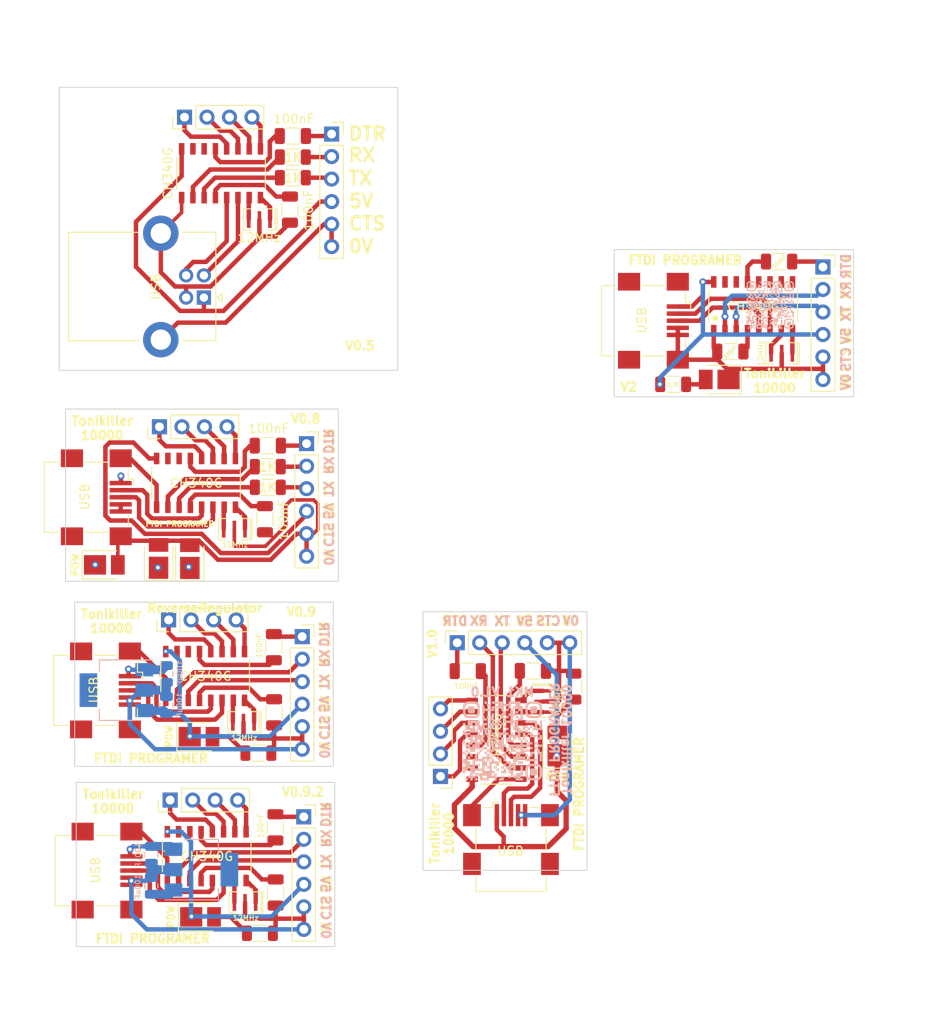
<source format=kicad_pcb>
(kicad_pcb (version 20211014) (generator pcbnew)
  (layers (0 "F.Cu" signal) (31 "B.Cu" signal) (34 "B.Paste" user) (35 "F.Paste" user) (36 "B.SilkS" user "B.Silkscreen") (37 "F.SilkS" user "F.Silkscreen") (38 "B.Mask" user) (39 "F.Mask" user) (44 "Edge.Cuts" user))
  (net 0 "")
  (footprint "Connector_PinSocket_2.54mm:PinSocket_1x06_P2.54mm_Vertical" (layer "F.Cu") (at 168.785 122.75 90)
    (fp_text reference "REF**" hide)
    (fp_text value "PinSocket_1x06_P2.54mm_Vertical")
  )
  (footprint "Resistor_SMD:R_1206_3216Metric" (layer "F.Cu") (at 147.415 102.89)
    (fp_text reference "1K")
    (fp_text value "R_1206_3216Metric")
  )
  (footprint "LED_SMD:LED_PLCC_2835_Handsoldering" (layer "F.Cu") (at 180.075 134.4 90)
    (fp_text reference "REF**" hide)
    (fp_text value "LED_PLCC_2835_Handsoldering")
  )
  (footprint "Capacitor_SMD:C_1206_3216Metric" (layer "F.Cu") (at 205.1 79.75)
    (fp_text reference "100nF")
    (fp_text value "C_1206_3216Metric")
  )
  (footprint "Resistor_SMD:R_1206_3216Metric" (layer "F.Cu") (at 193.15 93.6 180)
    (fp_text reference "2.7K" hide)
    (fp_text value "2.7K")
  )
  (footprint "LED_SMD:LED_PLCC_2835_Handsoldering" (layer "F.Cu") (at 128.9675 113.965)
    (fp_text reference "REF**" hide)
    (fp_text value "LED_PLCC_2835_Handsoldering")
  )
  (footprint "Capacitor_SMD:C_1206_3216Metric" (layer "F.Cu") (at 177.325 125.9275 180)
    (fp_text reference "100nF" hide)
    (fp_text value "C_1206_3216Metric")
  )
  (footprint "Connector_PinHeader_2.54mm:PinHeader_1x04_P2.54mm_Vertical" (layer "F.Cu") (at 136.2225 120.175 90)
    (fp_text reference "REF**" hide)
    (fp_text value "PinHeader_1x04_P2.54mm_Vertical")
  )
  (footprint "Capacitor_SMD:C_1206_3216Metric" (layer "F.Cu") (at 148.275 143.575 -90)
    (fp_text reference "100nF")
    (fp_text value "C_1206_3216Metric")
  )
  (footprint "Connector_PinSocket_2.54mm:PinSocket_1x06_P2.54mm_Vertical" (layer "F.Cu") (at 151.3 122.06)
    (fp_text reference "REF**" hide)
    (fp_text value "PinSocket_1x06_P2.54mm_Vertical")
  )
  (footprint "Crystal:Resonator_SMD_Murata_CSTxExxV-3Pin_3.0x1.1mm" (layer "F.Cu") (at 144.6725 131.7225 180)
    (fp_text reference "12MHz")
    (fp_text value "Resonator_SMD_Murata_CSTxExxV-3Pin_3.0x1.1mm")
  )
  (footprint "LED_SMD:LED_PLCC_2835_Handsoldering" (layer "F.Cu") (at 139.825 153.675)
    (fp_text reference "REF**" hide)
    (fp_text value "LED_PLCC_2835_Handsoldering")
  )
  (footprint "Capacitor_SMD:C_1206_3216Metric" (layer "F.Cu") (at 147.415 100.515 180)
    (fp_text reference "100nF")
    (fp_text value "C_1206_3216Metric")
  )
  (footprint "Connector_PinHeader_2.54mm:PinHeader_1x04_P2.54mm_Vertical" (layer "F.Cu") (at 136.3975 140.5 90)
    (fp_text reference "REF**" hide)
    (fp_text value "PinHeader_1x04_P2.54mm_Vertical")
  )
  (footprint "SOIC127P600X180-16N" (layer "F.Cu") (at 142.14 69.7875 90)
    (fp_text reference "CH340G")
    (fp_text value "SOIC127P600X180-16N")
  )
  (footprint "Capacitor_SMD:C_1206_3216Metric" (layer "F.Cu") (at 147.09 108.815 90)
    (fp_text reference "100nF")
    (fp_text value "C_1206_3216Metric")
  )
  (footprint "LED_SMD:LED_PLCC_2835_Handsoldering" (layer "F.Cu") (at 135.0925 113.24 90)
    (fp_text reference "REF**" hide)
    (fp_text value "LED_PLCC_2835_Handsoldering")
  )
  (footprint "Resistor_SMD:R_1206_3216Metric" (layer "F.Cu") (at 146.525 155.525 180)
    (fp_text reference "1K" hide)
    (fp_text value "R_1206_3216Metric")
  )
  (footprint "Crystal:Resonator_SMD_Murata_CSTxExxV-3Pin_3.0x1.1mm" (layer "F.Cu") (at 146.465 75.0125 180)
    (fp_text reference "12MHz")
    (fp_text value "Resonator_SMD_Murata_CSTxExxV-3Pin_3.0x1.1mm")
  )
  (footprint "SOIC127P600X180-16N" (layer "F.Cu") (at 173.2225 133.7025 180)
    (fp_text reference "CH340G")
    (fp_text value "SOIC127P600X180-16N")
  )
  (footprint "Connector_PinSocket_2.54mm:PinSocket_1x06_P2.54mm_Vertical" (layer "F.Cu") (at 151.475 142.385)
    (fp_text reference "REF**" hide)
    (fp_text value "PinSocket_1x06_P2.54mm_Vertical")
  )
  (footprint "SOIC127P600X180-16N" (layer "F.Cu") (at 140.3475 126.4975 90)
    (fp_text reference "CH340G")
    (fp_text value "SOIC127P600X180-16N")
  )
  (footprint "Capacitor_SMD:C_1206_3216Metric" (layer "F.Cu") (at 150.24 65.59 180)
    (fp_text reference "100nF")
    (fp_text value "C_1206_3216Metric")
  )
  (footprint "SOIC127P600X180-16N" (layer "F.Cu") (at 139.315 104.7125 90)
    (fp_text reference "CH340G")
    (fp_text value "SOIC127P600X180-16N")
  )
  (footprint "Capacitor_SMD:C_1206_3216Metric" (layer "F.Cu") (at 169.975 125.95)
    (fp_text reference "100nF")
    (fp_text value "C_1206_3216Metric")
  )
  (footprint "Connector_USB:USB_Mini-B_Wuerth_65100516121_Horizontal" (layer "F.Cu") (at 129.25 128.125 -90)
    (fp_text reference "USB")
    (fp_text value "USB_Mini-B_Wuerth_65100516121_Horizontal")
  )
  (footprint "Capacitor_SMD:C_1206_3216Metric" (layer "F.Cu") (at 199.6 89.9)
    (fp_text reference "100nF" hide)
    (fp_text value "100nF")
  )
  (footprint "Crystal:Resonator_SMD_Murata_CSTxExxV-3Pin_3.0x1.1mm" (layer "F.Cu") (at 143.64 109.9375 180)
    (fp_text reference "12MHz")
    (fp_text value "Resonator_SMD_Murata_CSTxExxV-3Pin_3.0x1.1mm")
  )
  (footprint "Capacitor_SMD:C_1206_3216Metric" (layer "F.Cu") (at 148.2975 150.925 90)
    (fp_text reference "100nF" hide)
    (fp_text value "C_1206_3216Metric")
  )
  (footprint "Capacitor_SMD:C_1206_3216Metric" (layer "F.Cu") (at 149.915 73.89 90)
    (fp_text reference "100nF")
    (fp_text value "C_1206_3216Metric")
  )
  (footprint "LED_SMD:LED_PLCC_2835_Handsoldering" (layer "F.Cu") (at 138.6175 113.265 90)
    (fp_text reference "REF**" hide)
    (fp_text value "LED_PLCC_2835_Handsoldering")
  )
  (footprint "Resistor_SMD:R_1206_3216Metric" (layer "F.Cu") (at 146.35 135.2 180)
    (fp_text reference "1K" hide)
    (fp_text value "R_1206_3216Metric")
  )
  (footprint "LED_SMD:LED_PLCC_2835_Handsoldering" (layer "F.Cu") (at 139.65 133.35)
    (fp_text reference "REF**" hide)
    (fp_text value "LED_PLCC_2835_Handsoldering")
  )
  (footprint "Connector_PinSocket_2.54mm:PinSocket_1x06_P2.54mm_Vertical" (layer "F.Cu") (at 151.79 100.29)
    (fp_text reference "REF**" hide)
    (fp_text value "PinSocket_1x06_P2.54mm_Vertical")
  )
  (footprint "Crystal:Resonator_SMD_Murata_CSTxExxV-3Pin_3.0x1.1mm" (layer "F.Cu") (at 144.8475 152.0475 180)
    (fp_text reference "12MHz")
    (fp_text value "Resonator_SMD_Murata_CSTxExxV-3Pin_3.0x1.1mm")
  )
  (footprint "Connector_PinHeader_2.54mm:PinHeader_1x04_P2.54mm_Vertical" (layer "F.Cu") (at 138.015 63.465 90)
    (fp_text reference "REF**" hide)
    (fp_text value "PinHeader_1x04_P2.54mm_Vertical")
  )
  (footprint "Crystal:Resonator_SMD_Murata_CSTxExxV-3Pin_3.0x1.1mm" (layer "F.Cu") (at 205.4 90.1 180)
    (fp_text reference "12MHz")
    (fp_text value "Resonator_SMD_Murata_CSTxExxV-3Pin_3.0x1.1mm")
  )
  (footprint "Crystal:Resonator_SMD_Murata_CSTxExxV-3Pin_3.0x1.1mm" (layer "F.Cu") (at 178.4475 129.3775 -90)
    (fp_text reference "12MHz")
    (fp_text value "Resonator_SMD_Murata_CSTxExxV-3Pin_3.0x1.1mm")
  )
  (footprint "Capacitor_SMD:C_1206_3216Metric" (layer "F.Cu") (at 148.1 123.25 -90)
    (fp_text reference "100nF")
    (fp_text value "C_1206_3216Metric")
  )
  (footprint "Capacitor_SMD:C_1206_3216Metric" (layer "F.Cu") (at 148.1225 130.6 90)
    (fp_text reference "100nF" hide)
    (fp_text value "C_1206_3216Metric")
  )
  (footprint "SOIC127P600X180-16N" (layer "F.Cu") (at 140.5225 146.8225 90)
    (fp_text reference "CH340G")
    (fp_text value "SOIC127P600X180-16N")
  )
  (footprint "Connector_PinSocket_2.54mm:PinSocket_1x06_P2.54mm_Vertical" (layer "F.Cu") (at 154.615 65.365)
    (fp_text reference "REF**" hide)
    (fp_text value "PinSocket_1x06_P2.54mm_Vertical")
  )
  (footprint "Resistor_SMD:R_1206_3216Metric" (layer "F.Cu") (at 181.925 127.7 -90)
    (fp_text reference "1K" hide)
    (fp_text value "R_1206_3216Metric")
  )
  (footprint "Resistor_SMD:R_1206_3216Metric" (layer "F.Cu") (at 147.415 105.215)
    (fp_text reference "1K")
    (fp_text value "R_1206_3216Metric")
  )
  (footprint "Connector_PinHeader_2.54mm:PinHeader_1x04_P2.54mm_Vertical" (layer "F.Cu") (at 135.19 98.39 90)
    (fp_text reference "REF**" hide)
    (fp_text value "PinHeader_1x04_P2.54mm_Vertical")
  )
  (footprint "LED_SMD:LED_PLCC_2835_Handsoldering" (layer "F.Cu") (at 198.35 93.05 180)
    (fp_text reference "REF**" hide)
    (fp_text value "LED_PLCC_2835_Handsoldering")
  )
  (footprint "Connector_USB:USB_B_Lumberg_2411_02_Horizontal" (layer "F.Cu") (at 140.2025 83.815 180)
    (fp_text reference "USB")
    (fp_text value "USB_B_Lumberg_2411_02_Horizontal")
  )
  (footprint "Connector_PinHeader_2.54mm:PinHeader_1x04_P2.54mm_Vertical" (layer "F.Cu") (at 166.9 137.8275 180)
    (fp_text reference "REF**" hide)
    (fp_text value "PinHeader_1x04_P2.54mm_Vertical")
  )
  (footprint "Connector_PinSocket_2.54mm:PinSocket_1x06_P2.54mm_Vertical" (layer "F.Cu") (at 210.05 80.36)
    (fp_text reference "REF**" hide)
    (fp_text value "PinSocket_1x06_P2.54mm_Vertical")
  )
  (footprint "Connector_USB:USB_Mini-B_Wuerth_65100516121_Horizontal" (layer "F.Cu") (at 129.425 148.45 -90)
    (fp_text reference "USB")
    (fp_text value "USB_Mini-B_Wuerth_65100516121_Horizontal")
  )
  (footprint "Connector_USB:USB_Mini-B_Wuerth_65100516121_Horizontal" (layer "F.Cu") (at 174.85 144.8)
    (fp_text reference "USB")
    (fp_text value "USB_Mini-B_Wuerth_65100516121_Horizontal")
  )
  (footprint "Connector_USB:USB_Mini-B_Wuerth_65100516121_Horizontal" (layer "F.Cu") (at 191.075 86.425 -90)
    (fp_text reference "USB")
    (fp_text value "USB_Mini-B_Wuerth_65100516121_Horizontal")
  )
  (footprint "Connector_USB:USB_Mini-B_Wuerth_65100516121_Horizontal" (layer "F.Cu") (at 128.2175 106.34 -90)
    (fp_text reference "USB")
    (fp_text value "USB_Mini-B_Wuerth_65100516121_Horizontal")
  )
  (footprint "Resistor_SMD:R_1206_3216Metric" (layer "F.Cu") (at 150.24 70.29)
    (fp_text reference "1K")
    (fp_text value "R_1206_3216Metric")
  )
  (footprint "SOIC127P600X180-16N" (layer "F.Cu") (at 202.1725 84.7975 90)
    (fp_text reference "CH340G")
    (fp_text value "SOIC127P600X180-16N")
  )
  (footprint "Resistor_SMD:R_1206_3216Metric" (layer "F.Cu") (at 150.24 67.965)
    (fp_text reference "1K")
    (fp_text value "R_1206_3216Metric")
  )
  (footprint "LOGO" (layer "B.Cu") (at 204.1 84.65 180)
    (fp_text reference "G***" hide)
    (fp_text value "LOGO" hide)
  )
  (footprint "Package_TO_SOT_SMD:SOT-223" (layer "B.Cu") (at 139.925 148.35)
    (fp_text reference "REF**" hide)
    (fp_text value "SOT-223")
  )
  (footprint "Capacitor_SMD:C_0805_2012Metric" (layer "B.Cu") (at 134.275 146.675 90)
    (fp_text reference "100uF")
    (fp_text value "C_0805_2012Metric")
  )
  (footprint "Package_TO_SOT_SMD:SOT-223" (layer "B.Cu") (at 130.325 128.1 180)
    (fp_text reference "REF**" hide)
    (fp_text value "SOT-223")
  )
  (footprint "Capacitor_SMD:C_0805_2012Metric" (layer "B.Cu") (at 135.975 126.275 -90)
    (fp_text reference "100uF")
    (fp_text value "C_0805_2012Metric")
  )
  (footprint "Capacitor_SMD:C_0805_2012Metric" (layer "B.Cu") (at 135.975 129.775 -90)
    (fp_text reference "100uF")
    (fp_text value "C_0805_2012Metric")
  )
  (footprint "LOGO" (layer "B.Cu") (at 173.9 133.825 180)
    (fp_text reference "G***" hide)
    (fp_text value "LOGO" hide)
  )
  (footprint "Capacitor_SMD:C_0805_2012Metric" (layer "B.Cu") (at 134.275 150.175 90)
    (fp_text reference "100uF")
    (fp_text value "C_0805_2012Metric")
  )
  (gr_rect (start 154.975 138.5) (end 125.8 157.025) (layer "Edge.Cuts") (width 0.1) (fill none))
  (gr_rect (start 162.075 60.1) (end 123.875 92.025) (layer "Edge.Cuts") (width 0.1) (fill none))
  (gr_rect (start 164.925 119.25) (end 183.425 148.425) (layer "Edge.Cuts") (width 0.1) (fill none))
  (gr_rect (start 213.5 78.4) (end 186.5 95) (layer "Edge.Cuts") (width 0.1) (fill none))
  (gr_rect (start 154.8 118.175) (end 125.625 136.7) (layer "Edge.Cuts") (width 0.1) (fill none))
  (gr_rect (start 155.3675 96.39) (end 124.5925 115.815) (layer "Edge.Cuts") (width 0.1) (fill none))
  (gr_text "RX\n" (at 153.9275 144.835 -90) (layer "B.SilkS") (effects (font (size 1 1) (thickness 0.25)) (justify mirror)))
  (gr_text "RX\n" (at 212.65 82.975 90) (layer "B.SilkS") (effects (font (size 1 1) (thickness 0.25)) (justify mirror)))
  (gr_text "FTDI PROGRAMER" (at 179.7 133.7 270) (layer "B.SilkS") (effects (font (size 1 1) (thickness 0.25)) (justify mirror)))
  (gr_text "TX\n" (at 153.9025 147.485 -90) (layer "B.SilkS") (effects (font (size 1 1) (thickness 0.25)) (justify mirror)))
  (gr_text "0V\n" (at 154.2675 113.115 -90) (layer "B.SilkS") (effects (font (size 1 1) (thickness 0.25)) (justify mirror)))
  (gr_text "RX\n" (at 153.7525 124.51 -90) (layer "B.SilkS") (effects (font (size 1 1) (thickness 0.25)) (justify mirror)))
  (gr_text "DTR" (at 212.65 80.275 90) (layer "B.SilkS") (effects (font (size 1 1) (thickness 0.25)) (justify mirror)))
  (gr_text "0V\n" (at 153.9525 155.21 -90) (layer "B.SilkS") (effects (font (size 1 1) (thickness 0.25)) (justify mirror)))
  (gr_text "DTR" (at 153.7275 121.81 -90) (layer "B.SilkS") (effects (font (size 1 1) (thickness 0.25)) (justify mirror)))
  (gr_text "MK1 V1.0" (at 173.875 128.325) (layer "B.SilkS") (effects (font (size 1 1) (thickness 0.25)) (justify mirror)))
  (gr_text "DTR" (at 154.2175 100.04 -90) (layer "B.SilkS") (effects (font (size 1 1) (thickness 0.25)) (justify mirror)))
  (gr_text "CTS\n" (at 212.65 90.8 90) (layer "B.SilkS") (effects (font (size 1 1) (thickness 0.25)) (justify mirror)))
  (gr_text "0V\n" (at 153.7775 134.885 -90) (layer "B.SilkS") (effects (font (size 1 1) (thickness 0.25)) (justify mirror)))
  (gr_text "CTS\n" (at 154.2425 110.565 -90) (layer "B.SilkS") (effects (font (size 1 1) (thickness 0.25)) (justify mirror)))
  (gr_text "CTS\n" (at 153.7525 132.335 -90) (layer "B.SilkS") (effects (font (size 1 1) (thickness 0.25)) (justify mirror)))
  (gr_text "5V\n" (at 176.41 120.3475) (layer "B.SilkS") (effects (font (size 1 1) (thickness 0.25)) (justify mirror)))
  (gr_text "0V\n" (at 181.61 120.2725) (layer "B.SilkS") (effects (font (size 1 1) (thickness 0.25)) (justify mirror)))
  (gr_text "5V\n" (at 153.7025 129.685 -90) (layer "B.SilkS") (effects (font (size 1 1) (thickness 0.25)) (justify mirror)))
  (gr_text "DTR" (at 168.535 120.3225) (layer "B.SilkS") (effects (font (size 1 1) (thickness 0.25)) (justify mirror)))
  (gr_text "TX\n" (at 154.2175 105.39 -90) (layer "B.SilkS") (effects (font (size 1 1) (thickness 0.25)) (justify mirror)))
  (gr_text "0V\n" (at 212.65 93.35 90) (layer "B.SilkS") (effects (font (size 1 1) (thickness 0.25)) (justify mirror)))
  (gr_text "TX\n" (at 153.7275 127.16 -90) (layer "B.SilkS") (effects (font (size 1 1) (thickness 0.25)) (justify mirror)))
  (gr_text "RX\n" (at 154.2425 102.74 -90) (layer "B.SilkS") (effects (font (size 1 1) (thickness 0.25)) (justify mirror)))
  (gr_text "Tonikiller 10000" (at 181.1 133.65 270) (layer "B.SilkS") (effects (font (size 1 1) (thickness 0.25)) (justify mirror)))
  (gr_text "RX\n" (at 171.235 120.2975) (layer "B.SilkS") (effects (font (size 1 1) (thickness 0.25)) (justify mirror)))
  (gr_text "5V\n" (at 154.1925 107.915 -90) (layer "B.SilkS") (effects (font (size 1 1) (thickness 0.25)) (justify mirror)))
  (gr_text "TX\n" (at 212.65 85.625 90) (layer "B.SilkS") (effects (font (size 1 1) (thickness 0.25)) (justify mirror)))
  (gr_text "CTS\n" (at 153.9275 152.66 -90) (layer "B.SilkS") (effects (font (size 1 1) (thickness 0.25)) (justify mirror)))
  (gr_text "DTR" (at 153.9025 142.135 -90) (layer "B.SilkS") (effects (font (size 1 1) (thickness 0.25)) (justify mirror)))
  (gr_text "5V\n" (at 212.65 88.15 90) (layer "B.SilkS") (effects (font (size 1 1) (thickness 0.25)) (justify mirror)))
  (gr_text "5V\n" (at 153.8775 150.01 -90) (layer "B.SilkS") (effects (font (size 1 1) (thickness 0.25)) (justify mirror)))
  (gr_text "CTS\n" (at 179.06 120.2975) (layer "B.SilkS") (effects (font (size 1 1) (thickness 0.25)) (justify mirror)))
  (gr_text "TX\n" (at 173.885 120.3225) (layer "B.SilkS") (effects (font (size 1 1) (thickness 0.25)) (justify mirror)))
  (gr_text "5V\n" (at 153.9525 129.66 90) (layer "F.SilkS") (effects (font (size 1 1) (thickness 0.25))))
  (gr_text "TX\n" (at 154.1025 147.46 90) (layer "F.SilkS") (effects (font (size 1 1) (thickness 0.25))))
  (gr_text "0V\n" (at 153.8775 134.86 90) (layer "F.SilkS") (effects (font (size 1 1) (thickness 0.25))))
  (gr_text "DTR" (at 168.51 120.1225 180) (layer "F.SilkS") (effects (font (size 1 1) (thickness 0.25))))
  (gr_text "TX\n" (at 153.9275 127.135 90) (layer "F.SilkS") (effects (font (size 1 1) (thickness 0.25))))
  (gr_text "RX\n" (at 154.0775 144.81 90) (layer "F.SilkS") (effects (font (size 1 1) (thickness 0.25))))
  (gr_text "V0.5" (at 157.8 89.25) (layer "F.SilkS") (effects (font (size 1 1) (thickness 0.25))))
  (gr_text "5V\n" (at 212.7025 88.15 90) (layer "F.SilkS") (effects (font (size 1 1) (thickness 0.25))))
  (gr_text "0V\n" (at 212.6275 93.35 90) (layer "F.SilkS") (effects (font (size 1 1) (thickness 0.25))))
  (gr_text "DTR" (at 154.1025 142.11 90) (layer "F.SilkS") (effects (font (size 1 1) (thickness 0.25))))
  (gr_text "Tonikiller\n10000" (at 128.7425 98.54) (layer "F.SilkS") (effects (font (size 1 1) (thickness 0.25))))
  (gr_text "0V\n" (at 154.0525 155.185 90) (layer "F.SilkS") (effects (font (size 1 1) (thickness 0.25))))
  (gr_text "TX\n" (at 157.861429 70.33) (layer "F.SilkS") (effects (font (size 1.5 1.5) (thickness 0.3))))
  (gr_text "RX\n" (at 153.9025 124.485 90) (layer "F.SilkS") (effects (font (size 1 1) (thickness 0.25))))
  (gr_text "." (at 197.9 85.35) (layer "F.SilkS") (effects (font (size 2 2) (thickness 0.5))))
  (gr_text "CTS\n" (at 154.3925 110.54 90) (layer "F.SilkS") (effects (font (size 1 1) (thickness 0.25))))
  (gr_text "CTS\n" (at 154.0775 152.635 90) (layer "F.SilkS") (effects (font (size 1 1) (thickness 0.25))))
  (gr_text "RX\n" (at 154.3925 102.715 90) (layer "F.SilkS") (effects (font (size 1 1) (thickness 0.25))))
  (gr_text "CTS\n" (at 212.6525 90.8 90) (layer "F.SilkS") (effects (font (size 1 1) (thickness 0.25))))
  (gr_text "TX\n" (at 173.86 120.1225 180) (layer "F.SilkS") (effects (font (size 1 1) (thickness 0.25))))
  (gr_text "FTDI PROGRAMER" (at 127.85 156.125) (layer "F.SilkS") (effects (font (size 1 1) (thickness 0.25)) (justify left)))
  (gr_text "DTR" (at 153.9275 121.785 90) (layer "F.SilkS") (effects (font (size 1 1) (thickness 0.25))))
  (gr_text "CTS\n" (at 158.611429 75.46) (layer "F.SilkS") (effects (font (size 1.5 1.5) (thickness 0.3))))
  (gr_text "0V\n" (at 181.585 120.1725 180) (layer "F.SilkS") (effects (font (size 1 1) (thickness 0.25))))
  (gr_text "FTDI PROGRAMER" (at 187.95 79.6) (layer "F.SilkS") (effects (font (size 1 1) (thickness 0.25)) (justify left)))
  (gr_text "TX\n" (at 212.6775 85.625 90) (layer "F.SilkS") (effects (font (size 1 1) (thickness 0.25))))
  (gr_text "POW" (at 136.475 155.05 90) (layer "F.SilkS") (effects (font (size 0.8 0.8) (thickness 0.2)) (justify left)))
  (gr_text "TX\n" (at 154.4175 105.365 90) (layer "F.SilkS") (effects (font (size 1 1) (thickness 0.25))))
  (gr_text "5V\n" (at 154.1275 149.985 90) (layer "F.SilkS") (effects (font (size 1 1) (thickness 0.25))))
  (gr_text "CTS\n" (at 179.035 120.1475 180) (layer "F.SilkS") (effects (font (size 1 1) (thickness 0.25))))
  (gr_text "0V\n" (at 157.932858 78.03) (layer "F.SilkS") (effects (font (size 1.5 1.5) (thickness 0.3))))
  (gr_text "ReverseRegulator" (at 140.2975 118.825) (layer "F.SilkS") (effects (font (size 1 1) (thickness 0.25))))
  (gr_text "FTDI PROGRAMER" (at 127.675 135.8) (layer "F.SilkS") (effects (font (size 1 1) (thickness 0.25)) (justify left)))
  (gr_text "POW" (at 136.3 134.725 90) (layer "F.SilkS") (effects (font (size 0.8 0.8) (thickness 0.2)) (justify left)))
  (gr_text "CTS\n" (at 153.9025 132.31 90) (layer "F.SilkS") (effects (font (size 1 1) (thickness 0.25))))
  (gr_text "FTDI PROGRAMER" (at 133.5425 109.34) (layer "F.SilkS") (effects (font (size 0.6 0.6)) (justify left)))
  (gr_text "RX\n" (at 212.6525 82.975 90) (layer "F.SilkS") (effects (font (size 1 1) (thickness 0.25))))
  (gr_text "Tonikiller\n10000" (at 204.6 93.2) (layer "F.SilkS") (effects (font (size 1 1) (thickness 0.25))))
  (gr_text "DTR" (at 158.647143 65.33) (layer "F.SilkS") (effects (font (size 1.5 1.5) (thickness 0.3))))
  (gr_text "V0.9.2" (at 151.3775 139.585) (layer "F.SilkS") (effects (font (size 1 1) (thickness 0.25))))
  (gr_text "RX\n" (at 171.21 120.1475 180) (layer "F.SilkS") (effects (font (size 1 1) (thickness 0.25))))
  (gr_text "V0.8" (at 151.6925 97.49) (layer "F.SilkS") (effects (font (size 1 1) (thickness 0.25))))
  (gr_text "DTR" (at 154.4175 100.015 90) (layer "F.SilkS") (effects (font (size 1 1) (thickness 0.25))))
  (gr_text "V1.0" (at 165.985 122.8475 90) (layer "F.SilkS") (effects (font (size 1 1) (thickness 0.25))))
  (gr_text "FTDI PROGRAMER" (at 182.525 146.375 90) (layer "F.SilkS") (effects (font (size 1 1) (thickness 0.25)) (justify left)))
  (gr_text "Tonikiller\n10000" (at 129.775 120.325) (layer "F.SilkS") (effects (font (size 1 1) (thickness 0.25))))
  (gr_text "5V\n" (at 154.4425 107.89 90) (layer "F.SilkS") (effects (font (size 1 1) (thickness 0.25))))
  (gr_text "V0.9" (at 151.2025 119.26) (layer "F.SilkS") (effects (font (size 1 1) (thickness 0.25))))
  (gr_text "V2" (at 188.125 93.9) (layer "F.SilkS") (effects (font (size 1 1) (thickness 0.25))))
  (gr_text "RX\n" (at 158.04 67.73) (layer "F.SilkS") (effects (font (size 1.5 1.5) (thickness 0.3))))
  (gr_text "5V\n" (at 176.385 120.0975 180) (layer "F.SilkS") (effects (font (size 1 1) (thickness 0.25))))
  (gr_text "0V\n" (at 154.3675 113.09 90) (layer "F.SilkS") (effects (font (size 1 1) (thickness 0.25))))
  (gr_text "Tonikiller\n10000" (at 129.95 140.65) (layer "F.SilkS") (effects (font (size 1 1) (thickness 0.25))))
  (gr_text "Tonikiller\n10000" (at 167.05 144.275 90) (layer "F.SilkS") (effects (font (size 1 1) (thickness 0.25))))
  (gr_text "POW" (at 181.45 137.75 180) (layer "F.SilkS") (effects (font (size 0.8 0.8) (thickness 0.2)) (justify left)))
  (gr_text "POW" (at 125.6925 115.365 90) (layer "F.SilkS") (effects (font (size 0.8 0.8) (thickness 0.2)) (justify left)))
  (gr_text "DTR" (at 212.6775 80.275 90) (layer "F.SilkS") (effects (font (size 1 1) (thickness 0.25))))
  (gr_text "5V\n" (at 157.932858 72.93) (layer "F.SilkS") (effects (font (size 1.5 1.5) (thickness 0.3))))
  (segment (start 141.475 131.425) (end 142.2525 130.6475) (width 0.5) (layer "F.Cu") (net 0))
  (segment (start 133.925 128.475) (end 133.925 130.425) (width 0.5) (layer "F.Cu") (net 0))
  (segment (start 151.475 142.385) (end 148.56 142.385) (width 0.5) (layer "F.Cu") (net 0))
  (segment (start 175.9725 134.3375) (end 175.11 134.3375) (width 0.5) (layer "F.Cu") (net 0))
  (segment (start 138.6175 148.555) (end 139.8725 147.3) (width 0.5) (layer "F.Cu") (net 0))
  (segment (start 142.415 85.315) (end 140.2025 85.315) (width 0.5) (layer "F.Cu") (net 0))
  (segment (start 149.4425 109.565) (end 149.4425 107.265) (width 0.4) (layer "F.Cu") (net 0))
  (segment (start 145.8725 130.3275) (end 145.8725 131.7225) (width 0.5) (layer "F.Cu") (net 0))
  (segment (start 139.8725 147.3) (end 151.31 147.3) (width 0.5) (layer "F.Cu") (net 0))
  (segment (start 139.7125 129.2475) (end 139.7125 128.385) (width 0.5) (layer "F.Cu") (net 0))
  (segment (start 170.45 141.15) (end 173.4525 138.1475) (width 0.5) (layer "F.Cu") (net 0))
  (segment (start 198.9975 85.9525) (end 199 85.95) (width 0.5) (layer "F.Cu") (net 0))
  (segment (start 138.09 104.29) (end 144.5525 104.29) (width 0.5) (layer "F.Cu") (net 0))
  (segment (start 143.5225 122.395) (end 141.3025 120.175) (width 0.5) (layer "F.Cu") (net 0))
  (segment (start 129.5675 100.165) (end 129.0925 100.64) (width 0.5) (layer "F.Cu") (net 0))
  (segment (start 140.4425 109.64) (end 141.22 108.8625) (width 0.5) (layer "F.Cu") (net 0))
  (segment (start 136.2225 120.175) (end 136.2225 121.65) (width 0.5) (layer "F.Cu") (net 0))
  (segment (start 144.9675 149.5725) (end 146.0475 150.6525) (width 0.5) (layer "F.Cu") (net 0))
  (segment (start 147.09 68.54) (end 147.64 67.99) (width 0.5) (layer "F.Cu") (net 0))
  (segment (start 137.695 70.11) (end 132.54 75.265) (width 0.5) (layer "F.Cu") (net 0))
  (segment (start 132.025 147.65) (end 134.5 147.65) (width 0.5) (layer "F.Cu") (net 0))
  (segment (start 129.0925 100.64) (end 129.0925 104.79) (width 0.5) (layer "F.Cu") (net 0))
  (segment (start 147.09 110.29) (end 147.4175 110.29) (width 0.25) (layer "F.Cu") (net 0))
  (segment (start 140.825 150.85) (end 141.1575 150.5175) (width 0.5) (layer "F.Cu") (net 0))
  (segment (start 174.85 140.475) (end 175.2 140.125) (width 0.5) (layer "F.Cu") (net 0))
  (segment (start 194.6125 93.6) (end 196.275 93.6) (width 0.5) (layer "F.Cu") (net 0))
  (segment (start 146.585 64.415) (end 145.635 63.465) (width 0.5) (layer "F.Cu") (net 0))
  (segment (start 174.05 142.2) (end 174.05 139.725) (width 0.5) (layer "F.Cu") (net 0))
  (segment (start 140.2225 122.375) (end 140.9825 123.135) (width 0.5) (layer "F.Cu") (net 0))
  (segment (start 205.2975 87.5975) (end 205.3475 87.5475) (width 0.5) (layer "F.Cu") (net 0))
  (segment (start 180.275 129.35) (end 180.275 126.055) (width 0.5) (layer "F.Cu") (net 0))
  (segment (start 134.04 101.9625) (end 132.2425 100.165) (width 0.5) (layer "F.Cu") (net 0))
  (segment (start 148.365 76.915) (end 149.915 75.365) (width 0.5) (layer "F.Cu") (net 0))
  (segment (start 168.785 126.235) (end 168.785 126.265) (width 0.5) (layer "F.Cu") (net 0))
  (segment (start 140.235 72.5375) (end 140.235 71.52) (width 0.5) (layer "F.Cu") (net 0))
  (segment (start 167.85 129.2575) (end 166.9 130.2075) (width 0.5) (layer "F.Cu") (net 0))
  (segment (start 152.5925 106.64) (end 153.0425 107.09) (width 0.4) (layer "F.Cu") (net 0))
  (segment (start 142.1175 112.64) (end 139.9425 110.465) (width 0.5) (layer "F.Cu") (net 0))
  (segment (start 144.7925 121.125) (end 143.8425 120.175) (width 0.5) (layer "F.Cu") (net 0))
  (segment (start 150 146.4) (end 151.475 144.925) (width 0.5) (layer "F.Cu") (net 0))
  (segment (start 142.09 64.99) (end 143.165 64.99) (width 0.5) (layer "F.Cu") (net 0))
  (segment (start 196.125 86.425) (end 197.6 84.95) (width 0.5) (layer "F.Cu") (net 0))
  (segment (start 177.3725 131.7975) (end 175.9725 131.7975) (width 0.5) (layer "F.Cu") (net 0))
  (segment (start 144.7925 123.7475) (end 144.7925 121.125) (width 0.5) (layer "F.Cu") (net 0))
  (segment (start 137.695 74.2125) (end 135.3425 76.565) (width 0.4) (layer "F.Cu") (net 0))
  (segment (start 132.8925 106.69) (end 132.8925 108.64) (width 0.5) (layer "F.Cu") (net 0))
  (segment (start 176 142.2) (end 176.45 142.2) (width 0.5) (layer "F.Cu") (net 0))
  (segment (start 134.87 104.9425) (end 134.87 107.4625) (width 0.5) (layer "F.Cu") (net 0))
  (segment (start 139.7125 123.7475) (end 139.7125 124.69) (width 0.5) (layer "F.Cu") (net 0))
  (segment (start 137.2675 86.64) (end 142.665 86.64) (width 0.5) (layer "F.Cu") (net 0))
  (segment (start 177.15 140.125) (end 178.15 139.125) (width 0.5) (layer "F.Cu") (net 0))
  (segment (start 195.675 85.625) (end 197.35 83.95) (width 0.5) (layer "F.Cu") (net 0))
  (segment (start 146.465 76.915) (end 148.365 76.915) (width 0.5) (layer "F.Cu") (net 0))
  (segment (start 181.075 143.725) (end 179.0525 145.7475) (width 0.6) (layer "F.Cu") (net 0))
  (segment (start 144.7925 129.2475) (end 145.8725 130.3275) (width 0.5) (layer "F.Cu") (net 0))
  (segment (start 145.4475 148.15) (end 146.7475 149.45) (width 0.5) (layer "F.Cu") (net 0))
  (segment (start 144.6725 133.5225) (end 144.7 133.55) (width 0.5) (layer "F.Cu") (net 0))
  (segment (start 151.79 110.45) (end 151.79 112.99) (width 0.5) (layer "F.Cu") (net 0))
  (segment (start 139.24 103.465) (end 144.265 103.465) (width 0.5) (layer "F.Cu") (net 0))
  (segment (start 147.9875 155.525) (end 148.2975 155.215) (width 0.5) (layer "F.Cu") (net 0))
  (segment (start 201.5375 80.3125) (end 201.5375 82.0475) (width 0.5) (layer "F.Cu") (net 0))
  (segment (start 149.825 126.075) (end 151.3 124.6) (width 0.5) (layer "F.Cu") (net 0))
  (segment (start 137.515 85.315) (end 140.2025 85.315) (width 0.5) (layer "F.Cu") (net 0))
  (segment (start 138.68 106.6) (end 139.24 106.04) (width 0.5) (layer "F.Cu") (net 0))
  (segment (start 133.8175 106.065) (end 133.8175 108.215) (width 0.5) (layer "F.Cu") (net 0))
  (segment (start 171.975 126.475) (end 171.45 125.95) (width 0.5) (layer "F.Cu") (net 0))
  (segment (start 151.79 107.91) (end 151.79 108.2925) (width 0.5) (layer "F.Cu") (net 0))
  (segment (start 202.15 84.95) (end 202.8075 85.6075) (width 0.5) (layer "F.Cu") (net 0))
  (segment (start 146.465 75.0125) (end 146.465 76.44) (width 0.5) (layer "F.Cu") (net 0))
  (segment (start 145.265 72.5875) (end 145.315 72.5375) (width 0.5) (layer "F.Cu") (net 0))
  (segment (start 181.075 140.55) (end 181.075 143.725) (width 0.6) (layer "F.Cu") (net 0))
  (segment (start 147.64 66.215) (end 148.265 65.59) (width 0.5) (layer "F.Cu") (net 0))
  (segment (start 132.54 80.34) (end 137.515 85.315) (width 0.5) (layer "F.Cu") (net 0))
  (segment (start 168.475 143.65) (end 168.475 141.025) (width 0.6) (layer "F.Cu") (net 0))
  (segment (start 140.9825 130.1925) (end 140.9825 129.2475) (width 0.5) (layer "F.Cu") (net 0))
  (segment (start 151.475 153.9) (end 151.475 155.085) (width 0.5) (layer "F.Cu") (net 0))
  (segment (start 132.025 148.45) (end 133.75 148.45) (width 0.5) (layer "F.Cu") (net 0))
  (segment (start 168.425 132.6775) (end 169.305 131.7975) (width 0.5) (layer "F.Cu") (net 0))
  (segment (start 134.1 150.75) (end 135.1 151.75) (width 0.5) (layer "F.Cu") (net 0))
  (segment (start 133.2925 105.54) (end 133.8175 106.065) (width 0.5) (layer "F.Cu") (net 0))
  (segment (start 177.25 133.4) (end 176.9175 133.0675) (width 0.5) (layer "F.Cu") (net 0))
  (segment (start 137.1725 128.025) (end 139.1225 126.075) (width 0.5) (layer "F.Cu") (net 0))
  (segment (start 139.6425 111.24) (end 131.3175 111.24) (width 0.5) (layer "F.Cu") (net 0))
  (segment (start 142.4275 150.9725) (end 142.4275 149.5725) (width 0.5) (layer "F.Cu") (net 0))
  (segment (start 144.8475 153.8475) (end 144.875 153.875) (width 0.5) (layer "F.Cu") (net 0))
  (segment (start 138.265 82.565) (end 136.9525 82.565) (width 0.5) (layer "F.Cu") (net 0))
  (segment (start 139.95 108.4075) (end 139.95 107.4625) (width 0.5) (layer "F.Cu") (net 0))
  (segment (start 198.125 90.825) (end 198.125 89.9) (width 0.5) (layer "F.Cu") (net 0))
  (segment (start 205.4 91.85) (end 199.2 91.85) (width 0.5) (layer "F.Cu") (net 0))
  (segment (start 140.915 69.365) (end 147.3775 69.365) (width 0.5) (layer "F.Cu") (net 0))
  (segment (start 137.695 67.0375) (end 137.695 70.11) (width 0.5) (layer "F.Cu") (net 0))
  (segment (start 146.585 72.5375) (end 147.665 73.6175) (width 0.5) (layer "F.Cu") (net 0))
  (segment (start 144.8475 152.0475) (end 144.8475 153.8475) (width 0.5) (layer "F.Cu") (net 0))
  (segment (start 143.5225 123.7475) (end 143.5225 122.395) (width 0.5) (layer "F.Cu") (net 0))
  (segment (start 175.9725 129.2575) (end 177.0525 128.1775) (width 0.5) (layer "F.Cu") (net 0))
  (segment (start 171.975 133.7775) (end 171.975 126.475) (width 0.5) (layer "F.Cu") (net 0))
  (segment (start 180.075 132.875) (end 180.075 131.0125) (width 0.5) (layer "F.Cu") (net 0))
  (segment (start 180.075 135.45) (end 180.075 139.55) (width 0.6) (layer "F.Cu") (net 0))
  (segment (start 147.7425 113.39) (end 141.7925 113.39) (width 0.5) (layer "F.Cu") (net 0))
  (segment (start 139.8875 144.0725) (end 139.8875 145.015) (width 0.5) (layer "F.Cu") (net 0))
  (segment (start 146.7475 149.45) (end 148.2975 149.45) (width 0.5) (layer "F.Cu") (net 0))
  (segment (start 210.05 91.85) (end 205.4 91.85) (width 0.5) (layer "F.Cu") (net 0))
  (segment (start 147.45 133.55) (end 151.275 133.55) (width 0.5) (layer "F.Cu") (net 0))
  (segment (start 172.8 134.9275) (end 172.8 124.225) (width 0.5) (layer "F.Cu") (net 0))
  (segment (start 136.9475 122.375) (end 140.2225 122.375) (width 0.5) (layer "F.Cu") (net 0))
  (segment (start 151.475 152.545) (end 151.475 153.9) (width 0.5) (layer "F.Cu") (net 0))
  (segment (start 151.45 153.875) (end 151.475 153.9) (width 0.5) (layer "F.Cu") (net 0))
  (segment (start 130.4925 113.965) (end 130.4925 111.065) (width 0.4) (layer "F.Cu") (net 0))
  (segment (start 141.505 67.98) (end 142.065 68.54) (width 0.5) (layer "F.Cu") (net 0))
  (segment (start 151.275 133.55) (end 151.3 133.575) (width 0.5) (layer "F.Cu") (net 0))
  (segment (start 142.2525 122.58) (end 142.2525 123.7475) (width 0.5) (layer "F.Cu") (net 0))
  (segment (start 133.925 130.425) (end 134.925 131.425) (width 0.5) (layer "F.Cu") (net 0))
  (segment (start 144.045 65.87) (end 144.045 67.0375) (width 0.5) (layer "F.Cu") (net 0))
  (segment (start 201.5375 87.5475) (end 201.5375 89.4375) (width 0.5) (layer "F.Cu") (net 0))
  (segment (start 177.25 138.675) (end 177.25 133.4) (width 0.5) (layer "F.Cu") (net 0))
  (segment (start 144.875 153.875) (end 148.17 153.875) (width 0.5) (layer "F.Cu") (net 0))
  (segment (start 147.995 133.55) (end 148.1225 133.4225) (width 0.5) (layer "F.Cu") (net 0))
  (segment (start 130.8425 104.715) (end 130.8175 104.74) (width 0.5) (layer "F.Cu") (net 0))
  (segment (start 175.2 140.125) (end 177.15 140.125) (width 0.5) (layer "F.Cu") (net 0))
  (segment (start 174.955 135.6075) (end 173.7 134.3525) (width 0.5) (layer "F.Cu") (net 0))
  (segment (start 169.1 137.1025) (end 169.1 133.8275) (width 0.5) (layer "F.Cu") (net 0))
  (segment (start 133.8925 109.64) (end 140.4425 109.64) (width 0.5) (layer "F.Cu") (net 0))
  (segment (start 148.17 153.875) (end 148.2975 153.7475) (width 0.5) (layer "F.Cu") (net 0))
  (segment (start 146.5725 129.125) (end 148.1225 129.125) (width 0.5) (layer "F.Cu") (net 0))
  (segment (start 141.22 108.8625) (end 141.22 107.4625) (width 0.5) (layer "F.Cu") (net 0))
  (segment (start 136.3975 141.975) (end 137.1225 142.7) (width 0.5) (layer "F.Cu") (net 0))
  (segment (start 210.05 93.06) (end 210.05 90.52) (width 0.5) (layer "F.Cu") (net 0))
  (segment (start 130.8175 107.14) (end 130.8175 107.94) (width 0.5) (layer "F.Cu") (net 0))
  (segment (start 154.615 75.525) (end 154.615 78.065) (width 0.5) (layer "F.Cu") (net 0))
  (segment (start 147.4175 110.29) (end 148.0675 110.94) (width 0.25) (layer "F.Cu") (net 0))
  (segment (start 152.5575 110.45) (end 151.79 110.45) (width 0.4) (layer "F.Cu") (net 0))
  (segment (start 137.3475 148.35) (end 139.2975 146.4) (width 0.5) (layer "F.Cu") (net 0))
  (segment (start 137.695 72.5375) (end 137.695 74.2125) (width 0.4) (layer "F.Cu") (net 0))
  (segment (start 148.8775 105.215) (end 151.635 105.215) (width 0.5) (layer "F.Cu") (net 0))
  (segment (start 196.5025 82.0475) (end 196.5025 83.5975) (width 0.5) (layer "F.Cu") (net 0))
  (segment (start 150.0675 106.64) (end 152.5925 106.64) (width 0.4) (layer "F.Cu") (net 0))
  (segment (start 142.2525 130.6475) (end 142.2525 129.2475) (width 0.5) (layer "F.Cu") (net 0))
  (segment (start 142.44 109.9375) (end 142.44 107.5125) (width 0.5) (layer "F.Cu") (net 0))
  (segment (start 133.5425 110.465) (end 132.0425 108.965) (width 0.5) (layer "F.Cu") (net 0))
  (segment (start 140.235 71.52) (end 141.465 70.29) (width 0.5) (layer "F.Cu") (net 0))
  (segment (start 142.665 86.64) (end 153.78 75.525) (width 0.5) (layer "F.Cu") (net 0))
  (segment (start 142.49 100.61) (end 140.27 98.39) (width 0.5) (layer "F.Cu") (net 0))
  (segment (start 133.075 144.05) (end 136.0775 147.0525) (width 0.5) (layer "F.Cu") (net 0))
  (segment (start 168.425 133.7525) (end 168.425 132.6775) (width 0.5) (layer "F.Cu") (net 0))
  (segment (start 132.025 149.6) (end 132.025 150.05) (width 0.5) (layer "F.Cu") (net 0))
  (segment (start 196.5025 83.5975) (end 195.275 84.825) (width 0.5) (layer "F.Cu") (net 0))
  (segment (start 175.85 127.4775) (end 175.85 125.9275) (width 0.5) (layer "F.Cu") (net 0))
  (segment (start 143.4725 131.7225) (end 143.4725 129.2975) (width 0.5) (layer "F.Cu") (net 0))
  (segment (start 196.275 93.6) (end 196.825 93.05) (width 0.5) (layer "F.Cu") (net 0))
  (segment (start 142.49 101.9625) (end 142.49 100.61) (width 0.5) (layer "F.Cu") (net 0))
  (segment (start 134.1 148.8) (end 134.1 150.75) (width 0.5) (layer "F.Cu") (net 0))
  (segment (start 144.9675 144.0725) (end 144.9675 141.45) (width 0.5) (layer "F.Cu") (net 0))
  (segment (start 132.5425 106.34) (end 132.8925 106.69) (width 0.5) (layer "F.Cu") (net 0))
  (segment (start 181.925 126.2375) (end 181.615 125.9275) (width 0.5) (layer "F.Cu") (net 0))
  (segment (start 140.965 82.565) (end 146.465 77.065) (width 0.5) (layer "F.Cu") (net 0))
  (segment (start 146.465 77.065) (end 146.465 76.44) (width 0.5) (layer "F.Cu") (net 0))
  (segment (start 140.2975 121.7) (end 141.3725 121.7) (width 0.5) (layer "F.Cu") (net 0))
  (segment (start 148.56 142.385) (end 148.275 142.1) (width 0.5) (layer "F.Cu") (net 0))
  (segment (start 139.1225 126.075) (end 149.825 126.075) (width 0.5) (layer "F.Cu") (net 0))
  (segment (start 133.575 128.125) (end 133.925 128.475) (width 0.5) (layer "F.Cu") (net 0))
  (segment (start 139.8875 149.5725) (end 139.8875 148.71) (width 0.5) (layer "F.Cu") (net 0))
  (segment (start 148.265 65.59) (end 148.765 65.59) (width 0.5) (layer "F.Cu") (net 0))
  (segment (start 140.565 63.465) (end 142.09 64.99) (width 0.5) (layer "F.Cu") (net 0))
  (segment (start 178.4475 130.5775) (end 176.0225 130.5775) (width 0.5) (layer "F.Cu") (net 0))
  (segment (start 138.2025 83.815) (end 138.2025 82.565) (width 0.5) (layer "F.Cu") (net 0))
  (segment (start 145.315 67.0375) (end 145.315 65.685) (width 0.5) (layer "F.Cu") (net 0))
  (segment (start 141.7925 113.39) (end 139.6425 111.24) (width 0.5) (layer "F.Cu") (net 0))
  (segment (start 199.5 92.95) (end 199.5 91.9) (width 0.5) (layer "F.Cu") (net 0))
  (segment (start 174.55 133.7775) (end 174.55 128.7775) (width 0.5) (layer "F.Cu") (net 0))
  (segment (start 174.0225 145.7475) (end 174.0225 144.5975) (width 0.5) (layer "F.Cu") (net 0))
  (segment (start 152.065 75.665) (end 142.415 85.315) (width 0.5) (layer "F.Cu") (net 0))
  (segment (start 170.4725 129.2575) (end 167.85 129.2575) (width 0.5) (layer "F.Cu") (net 0))
  (segment (start 141.5475 142.025) (end 142.4275 142.905) (width 0.5) (layer "F.Cu") (net 0))
  (segment (start 140.44 79.79) (end 139.015 79.79) (width 0.5) (layer "F.Cu") (net 0))
  (segment (start 140.555 63.465) (end 140.565 63.465) (width 0.5) (layer "F.Cu") (net 0))
  (segment (start 138.68 107.4625) (end 138.68 106.6) (width 0.5) (layer "F.Cu") (net 0))
  (segment (start 142.775 66.425) (end 142.775 67.0375) (width 0.5) (layer "F.Cu") (net 0))
  (segment (start 147.065 71.115) (end 148.365 72.415) (width 0.5) (layer "F.Cu") (net 0))
  (segment (start 135.025 150.325) (end 135.55 150.85) (width 0.5) (layer "F.Cu") (net 0))
  (segment (start 150.6825 110.45) (end 147.7425 113.39) (width 0.5) (layer "F.Cu") (net 0))
  (segment (start 153.78 75.525) (end 154.615 75.525) (width 0.5) (layer "F.Cu") (net 0))
  (segment (start 206.6 90.1) (end 206.6 87.565) (width 0.5) (layer "F.Cu") (net 0))
  (segment (start 138.965 72.5375) (end 138.965 71.315) (width 0.5) (layer "F.Cu") (net 0))
  (segment (start 143.165 64.99) (end 144.045 65.87) (width 0.5) (layer "F.Cu") (net 0))
  (segment (start 141.65 151.75) (end 142.4275 150.9725) (width 0.5) (layer "F.Cu") (net 0))
  (segment (start 142.015 65.665) (end 142.775 66.425) (width 0.5) (layer "F.Cu") (net 0))
  (segment (start 140.65 130.525) (end 140.9825 130.1925) (width 0.5) (layer "F.Cu") (net 0))
  (segment (start 141.35 153.675) (end 143.2125 153.675) (width 0.5) (layer "F.Cu") (net 0))
  (segment (start 168.475 141.025) (end 170.4725 139.0275) (width 0.6) (layer "F.Cu") (net 0))
  (segment (start 139.19 100.59) (end 139.95 101.35) (width 0.5) (layer "F.Cu") (net 0))
  (segment (start 138.2025 82.565) (end 140.965 82.565) (width 0.5) (layer "F.Cu") (net 0))
  (segment (start 138.7625 120.175) (end 138.7725 120.175) (width 0.5) (layer "F.Cu") (net 0))
  (segment (start 148.385 122.06) (end 148.1 121.775) (width 0.5) (layer "F.Cu") (net 0))
  (segment (start 180.275 126.6) (end 180.275 122.775) (width 0.5) (layer "F.Cu") (net 0))
  (segment (start 147.75 145.575) (end 148.275 145.05) (width 0.5) (layer "F.Cu") (net 0))
  (segment (start 132.025 149.25) (end 132.025 149.6) (width 0.5) (layer "F.Cu") (net 0))
  (segment (start 143.6475 152.0475) (end 143.6475 149.6225) (width 0.5) (layer "F.Cu") (net 0))
  (segment (start 134.925 131.425) (end 141.475 131.425) (width 0.5) (layer "F.Cu") (net 0))
  (segment (start 135.19 99.865) (end 135.915 100.59) (width 0.5) (layer "F.Cu") (net 0))
  (segment (start 204.0775 84.8275) (end 204.0775 87.5475) (width 0.5) (layer "F.Cu") (net 0))
  (segment (start 173.25 143.825) (end 173.25 142.2) (width 0.5) (layer "F.Cu") (net 0))
  (segment (start 170.4725 139.0275) (end 170.4725 138.1475) (width 0.6) (layer "F.Cu") (net 0))
  (segment (start 140.2725 127.825) (end 145.2725 127.825) (width 0.5) (layer "F.Cu") (net 0))
  (segment (start 204.2 89.2) (end 205.3475 88.0525) (width 0.5) (layer "F.Cu") (net 0))
  (segment (start 144.5525 104.29) (end 145.9525 102.89) (width 0.5) (layer "F.Cu") (net 0))
  (segment (start 179.0525 145.7475) (end 173.2 145.7475) (width 0.6) (layer "F.Cu") (net 0))
  (segment (start 193.675 90.825) (end 198.125 90.825) (width 0.5) (layer "F.Cu") (net 0))
  (segment (start 139.7125 124.69) (end 140.2725 125.25) (width 0.5) (layer "F.Cu") (net 0))
  (segment (start 135.1 151.75) (end 141.65 151.75) (width 0.5) (layer "F.Cu") (net 0))
  (segment (start 141.3725 121.7) (end 142.2525 122.58) (width 0.5) (layer "F.Cu") (net 0))
  (segment (start 173.7 122.915) (end 173.865 122.75) (width 0.5) (layer "F.Cu") (net 0))
  (segment (start 148.8775 102.89) (end 151.73 102.89) (width 0.5) (layer "F.Cu") (net 0))
  (segment (start 209.44 79.75) (end 210.05 80.36) (width 0.5) (layer "F.Cu") (net 0))
  (segment (start 172.8 124.225) (end 171.325 122.75) (width 0.5) (layer "F.Cu") (net 0))
  (segment (start 145.315 65.685) (end 143.095 63.465) (width 0.5) (layer "F.Cu") (net 0))
  (segment (start 180.275 122.775) (end 180.3 122.75) (width 0.5) (layer "F.Cu") (net 0))
  (segment (start 144.7 133.55) (end 147.995 133.55) (width 0.5) (layer "F.Cu") (net 0))
  (segment (start 137.1225 142.7) (end 140.3975 142.7) (width 0.5) (layer "F.Cu") (net 0))
  (segment (start 175.9725 136.8775) (end 174.75 136.8775) (width 0.5) (layer "F.Cu") (net 0))
  (segment (start 142.775 77.455) (end 140.44 79.79) (width 0.5) (layer "F.Cu") (net 0))
  (segment (start 130.8175 106.34) (end 132.5425 106.34) (width 0.5) (layer "F.Cu") (net 0))
  (segment (start 143.2125 153.675) (end 145.0625 155.525) (width 0.5) (layer "F.Cu") (net 0))
  (segment (start 134.3425 108.74) (end 139.6175 108.74) (width 0.5) (layer "F.Cu") (net 0))
  (segment (start 144.9675 141.45) (end 144.0175 140.5) (width 0.5) (layer "F.Cu") (net 0))
  (segment (start 170.5725 145.7475) (end 168.475 143.65) (width 0.6) (layer "F.Cu") (net 0))
  (segment (start 178.15 132.575) (end 177.3725 131.7975) (width 0.5) (layer "F.Cu") (net 0))
  (segment (start 147.815 122.06) (end 147.785 122.06) (width 0.5) (layer "F.Cu") (net 0))
  (segment (start 171.415 134.3375) (end 171.975 133.7775) (width 0.5) (layer "F.Cu") (net 0))
  (segment (start 203.625 79.75) (end 202.1 79.75) (width 0.5) (layer "F.Cu") (net 0))
  (segment (start 174.0225 145.7475) (end 173.2 145.7475) (width 0.6) (layer "F.Cu") (net 0))
  (segment (start 131.7 126.375) (end 131.85 126.525) (width 0.5) (layer "F.Cu") (net 0))
  (segment (start 139.8875 145.015) (end 140.4475 145.575) (width 0.5) (layer "F.Cu") (net 0))
  (segment (start 142.44 107.5125) (end 142.49 107.4625) (width 0.5) (layer "F.Cu") (net 0))
  (segment (start 176.45 142.2) (end 179.25 142.2) (width 0.5) (layer "F.Cu") (net 0))
  (segment (start 170.4725 130.5275) (end 169.12 130.5275) (width 0.5) (layer "F.Cu") (net 0))
  (segment (start 205.4 91.85) (end 205.4 90.1) (width 0.5) (layer "F.Cu") (net 0))
  (segment (start 143.6475 149.6225) (end 143.6975 149.5725) (width 0.5) (layer "F.Cu") (net 0))
  (segment (start 138.9475 140.5) (end 140.4725 142.025) (width 0.5) (layer "F.Cu") (net 0))
  (segment (start 138.965 71.315) (end 140.915 69.365) (width 0.5) (layer "F.Cu") (net 0))
  (segment (start 180.275 126.055) (end 180.1475 125.9275) (width 0.5) (layer "F.Cu") (net 0))
  (segment (start 135.3425 80.955) (end 135.3425 76.565) (width 0.5) (layer "F.Cu") (net 0))
  (segment (start 174.85 142.2) (end 174.85 140.475) (width 0.5) (layer "F.Cu") (net 0))
  (segment (start 135.55 150.85) (end 140.825 150.85) (width 0.5) (layer "F.Cu") (net 0))
  (segment (start 198.9975 87.5475) (end 198.9975 85.9525) (width 0.5) (layer "F.Cu") (net 0))
  (segment (start 146.465 76.44) (end 146.465 76.915) (width 0.5) (layer "F.Cu") (net 0))
  (segment (start 147.625 153.875) (end 151.45 153.875) (width 0.5) (layer "F.Cu") (net 0))
  (segment (start 137.41 106.445) (end 138.64 105.215) (width 0.5) (layer "F.Cu") (net 0))
  (segment (start 138.015 64.94) (end 138.74 65.665) (width 0.5) (layer "F.Cu") (net 0))
  (segment (start 137.41 107.4625) (end 137.41 106.445) (width 0.5) (layer "F.Cu") (net 0))
  (segment (start 143.64 111.865) (end 147.1425 111.865) (width 0.4) (layer "F.Cu") (net 0))
  (segment (start 166.9 135.2875) (end 166.9 135.2775) (width 0.5) (layer "F.Cu") (net 0))
  (segment (start 154.615 72.985) (end 153.345 72.985) (width 0.5) (layer "F.Cu") (net 0))
  (segment (start 137.3475 149.5725) (end 137.3475 148.35) (width 0.5) (layer "F.Cu") (net 0))
  (segment (start 141.1575 150.5175) (end 141.1575 149.5725) (width 0.5) (layer "F.Cu") (net 0))
  (segment (start 147.4425 112.64) (end 142.1175 112.64) (width 0.5) (layer "F.Cu") (net 0))
  (segment (start 142.065 68.54) (end 147.09 68.54) (width 0.5) (layer "F.Cu") (net 0))
  (segment (start 129.6425 108.965) (end 129.0925 108.415) (width 0.5) (layer "F.Cu") (net 0))
  (segment (start 173.4525 138.1475) (end 175.9725 138.1475) (width 0.5) (layer "F.Cu") (net 0))
  (segment (start 176.725 139.2) (end 177.25 138.675) (width 0.5) (layer "F.Cu") (net 0))
  (segment (start 180.2475 129.3775) (end 180.275 129.35) (width 0.5) (layer "F.Cu") (net 0))
  (segment (start 146.0475 150.6525) (end 146.0475 152.0475) (width 0.5) (layer "F.Cu") (net 0))
  (segment (start 143.4725 129.2975) (end 143.5225 129.2475) (width 0.5) (layer "F.Cu") (net 0))
  (segment (start 201.5375 89.4375) (end 201.075 89.9) (width 0.5) (layer "F.Cu") (net 0))
  (segment (start 132.54 75.265) (end 132.54 80.34) (width 0.5) (layer "F.Cu") (net 0))
  (segment (start 169.1 133.8275) (end 169.86 133.0675) (width 0.5) (layer "F.Cu") (net 0))
  (segment (start 151.135 126.975) (end 151.3 127.14) (width 0.5) (layer "F.Cu") (net 0))
  (segment (start 170.4725 134.3375) (end 171.415 134.3375) (width 0.5) (layer "F.Cu") (net 0))
  (segment (start 136.9525 82.565) (end 135.3425 80.955) (width 0.5) (layer "F.Cu") (net 0))
  (segment (start 135.025 148.175) (end 135.025 150.325) (width 0.5) (layer "F.Cu") (net 0))
  (segment (start 140.4475 145.575) (end 147.75 145.575) (width 0.5) (layer "F.Cu") (net 0))
  (segment (start 148.0675 110.94) (end 149.4425 109.565) (width 0.4) (layer "F.Cu") (net 0))
  (segment (start 144.815 101.14) (end 145.44 100.515) (width 0.5) (layer "F.Cu") (net 0))
  (segment (start 204.2 90.1) (end 204.2 89.2) (width 0.5) (layer "F.Cu") (net 0))
  (segment (start 134.85 127.85) (end 134.85 130) (width 0.5) (layer "F.Cu") (net 0))
  (segment (start 137.74 98.39) (end 139.265 99.915) (width 0.5) (layer "F.Cu") (net 0))
  (segment (start 131.875 146.05) (end 131.875 146.7) (width 0.5) (layer "F.Cu") (net 0))
  (segment (start 148.2975 153.7475) (end 148.2975 152.4) (width 0.5) (layer "F.Cu") (net 0))
  (segment (start 178.15 139.125) (end 178.15 132.575) (width 0.5) (layer "F.Cu") (net 0))
  (segment (start 144.815 102.915) (end 144.815 101.14) (width 0.5) (layer "F.Cu") (net 0))
  (segment (start 140.4475 148.15) (end 145.4475 148.15) (width 0.5) (layer "F.Cu") (net 0))
  (segment (start 147.1425 111.865) (end 148.0675 110.94) (width 0.4) (layer "F.Cu") (net 0))
  (segment (start 139.24 106.04) (end 144.24 106.04) (width 0.5) (layer "F.Cu") (net 0))
  (segment (start 131.8675 101.94) (end 134.87 104.9425) (width 0.5) (layer "F.Cu") (net 0))
  (segment (start 131.3175 111.24) (end 130.8175 110.74) (width 0.5) (layer "F.Cu") (net 0))
  (segment (start 199.2 91.85) (end 198.125 90.775) (width 0.5) (layer "F.Cu") (net 0))
  (segment (start 142.775 72.5375) (end 142.775 77.455) (width 0.5) (layer "F.Cu") (net 0))
  (segment (start 197.35 83.95) (end 203.2 83.95) (width 0.5) (layer "F.Cu") (net 0))
  (segment (start 151.79 107.91) (end 151.79 108.3175) (width 0.5) (layer "F.Cu") (net 0))
  (segment (start 135.19 98.39) (end 135.19 99.865) (width 0.5) (layer "F.Cu") (net 0))
  (segment (start 193.675 85.625) (end 195.675 85.625) (width 0.5) (layer "F.Cu") (net 0))
  (segment (start 176.0225 130.5775) (end 175.9725 130.5275) (width 0.5) (layer "F.Cu") (net 0))
  (segment (start 148.365 72.415) (end 149.915 72.415) (width 0.5) (layer "F.Cu") (net 0))
  (segment (start 141.505 67.0375) (end 141.505 67.98) (width 0.5) (layer "F.Cu") (net 0))
  (segment (start 197.7275 89.5025) (end 198.125 89.9) (width 0.5) (layer "F.Cu") (net 0))
  (segment (start 140.9825 123.135) (end 140.9825 123.7475) (width 0.5) (layer "F.Cu") (net 0))
  (segment (start 175.65 142.2) (end 176 142.2) (width 0.5) (layer "F.Cu") (net 0))
  (segment (start 153.345 72.985) (end 152.065 74.265) (width 0.5) (layer "F.Cu") (net 0))
  (segment (start 131.85 128.925) (end 131.85 129.275) (width 0.5) (layer "F.Cu") (net 0))
  (segment (start 147.8125 135.2) (end 148.1225 134.89) (width 0.5) (layer "F.Cu") (net 0))
  (segment (start 136.14 107.4625) (end 136.14 106.24) (width 0.5) (layer "F.Cu") (net 0))
  (segment (start 138.7725 120.175) (end 140.2975 121.7) (width 0.5) (layer "F.Cu") (net 0))
  (segment (start 135.915 100.59) (end 139.19 100.59) (width 0.5) (layer "F.Cu") (net 0))
  (segment (start 144.045 77.4725) (end 140.2025 81.315) (width 0.5) (layer "F.Cu") (net 0))
  (segment (start 177.0525 128.1775) (end 178.4475 128.1775) (width 0.5) (layer "F.Cu") (net 0))
  (segment (start 176.9175 133.0675) (end 175.9725 133.0675) (width 0.5) (layer "F.Cu") (net 0))
  (segment (start 134.325 127.325) (end 134.85 127.85) (width 0.5) (layer "F.Cu") (net 0))
  (segment (start 143.64 109.9375) (end 143.64 111.865) (width 0.4) (layer "F.Cu") (net 0))
  (segment (start 205.3475 88.0525) (end 205.3475 87.5475) (width 0.5) (layer "F.Cu") (net 0))
  (segment (start 141.1575 143.46) (end 141.1575 144.0725) (width 0.5) (layer "F.Cu") (net 0))
  (segment (start 140.34 99.915) (end 141.22 100.795) (width 0.5) (layer "F.Cu") (net 0))
  (segment (start 130.8175 105.54) (end 133.2925 105.54) (width 0.5) (layer "F.Cu") (net 0))
  (segment (start 151.565 100.515) (end 151.79 100.29) (width 0.5) (layer "F.Cu") (net 0))
  (segment (start 135.375 130.525) (end 140.65 130.525) (width 0.5) (layer "F.Cu") (net 0))
  (segment (start 168.375 137.8275) (end 169.1 137.1025) (width 0.5) (layer "F.Cu") (net 0))
  (segment (start 139.6975 126.975) (end 151.135 126.975) (width 0.5) (layer "F.Cu") (net 0))
  (segment (start 145.44 100.515) (end 145.94 100.515) (width 0.5) (layer "F.Cu") (net 0))
  (segment (start 180.3 122.75) (end 181.485 122.75) (width 0.5) (layer "F.Cu") (net 0))
  (segment (start 148.1225 133.4225) (end 148.1225 132.075) (width 0.5) (layer "F.Cu") (net 0))
  (segment (start 136.0775 147.0525) (end 136.0775 149.5725) (width 0.5) (layer "F.Cu") (net 0))
  (segment (start 143.6975 144.0725) (end 143.6975 142.72) (width 0.5) (layer "F.Cu") (net 0))
  (segment (start 151.635 105.215) (end 151.79 105.37) (width 0.5) (layer "F.Cu") (net 0))
  (segment (start 154.46 70.29) (end 154.615 70.445) (width 0.5) (layer "F.Cu") (net 0))
  (segment (start 169.12 130.5275) (end 166.9 132.7475) (width 0.5) (layer "F.Cu") (net 0))
  (segment (start 151.3 122.06) (end 148.385 122.06) (width 0.5) (layer "F.Cu") (net 0))
  (segment (start 139.6175 108.74) (end 139.95 108.4075) (width 0.5) (layer "F.Cu") (net 0))
  (segment (start 143.76 107.4625) (end 144.84 108.5425) (width 0.5) (layer "F.Cu") (net 0))
  (segment (start 138.6175 149.5725) (end 138.6175 148.555) (width 0.5) (layer "F.Cu") (net 0))
  (segment (start 197.6 84.95) (end 202.15 84.95) (width 0.5) (layer "F.Cu") (net 0))
  (segment (start 147.575 125.25) (end 148.1 124.725) (width 0.5) (layer "F.Cu") (net 0))
  (segment (start 193.675 88.025) (end 193.675 90.825) (width 0.5) (layer "F.Cu") (net 0))
  (segment (start 132.025 150.05) (end 132.025 152.85) (width 0.5) (layer "F.Cu") (net 0))
  (segment (start 131.875 146.7) (end 132.025 146.85) (width 0.5) (layer "F.Cu") (net 0))
  (segment (start 151.7025 67.965) (end 154.555 67.965) (width 0.5) (layer "F.Cu") (net 0))
  (segment (start 144.045 72.5375) (end 144.045 77.4725) (width 0.5) (layer "F.Cu") (net 0))
  (segment (start 138.4425 128.23) (end 139.6975 126.975) (width 0.5) (layer "F.Cu") (net 0))
  (segment (start 193.675 87.575) (end 193.675 88.025) (width 0.5) (layer "F.Cu") (net 0))
  (segment (start 154.555 67.965) (end 154.615 67.905) (width 0.5) (layer "F.Cu") (net 0))
  (segment (start 202.8075 85.6075) (end 202.8075 87.5475) (width 0.5) (layer "F.Cu") (net 0))
  (segment (start 173.2 145.7475) (end 170.5725 145.7475) (width 0.6) (layer "F.Cu") (net 0))
  (segment (start 136.2225 121.65) (end 136.9475 122.375) (width 0.5) (layer "F.Cu") (net 0))
  (segment (start 169.86 133.0675) (end 170.4725 133.0675) (width 0.5) (layer "F.Cu") (net 0))
  (segment (start 147.3775 69.365) (end 148.7775 67.965) (width 0.5) (layer "F.Cu") (net 0))
  (segment (start 195.275 84.825) (end 193.675 84.825) (width 0.5) (layer "F.Cu") (net 0))
  (segment (start 206.6 87.565) (end 206.6175 87.5475) (width 0.5) (layer "F.Cu") (net 0))
  (segment (start 173.7 134.3525) (end 173.7 122.915) (width 0.5) (layer "F.Cu") (net 0))
  (segment (start 130.8425 103.94) (end 130.8425 104.715) (width 0.5) (layer "F.Cu") (net 0))
  (segment (start 132.8925 108.64) (end 133.8925 109.64) (width 0.5) (layer "F.Cu") (net 0))
  (segment (start 154.39 65.59) (end 154.615 65.365) (width 0.5) (layer "F.Cu") (net 0))
  (segment (start 151.7025 70.29) (end 154.46 70.29) (width 0.5) (layer "F.Cu") (net 0))
  (segment (start 174.75 136.8775) (end 172.8 134.9275) (width 0.5) (layer "F.Cu") (net 0))
  (segment (start 134.87 101.9625) (end 134.04 101.9625) (width 0.5) (layer "F.Cu") (net 0))
  (segment (start 203.2 83.95) (end 204.0775 84.8275) (width 0.5) (layer "F.Cu") (net 0))
  (segment (start 145.2725 127.825) (end 146.5725 129.125) (width 0.5) (layer "F.Cu") (net 0))
  (segment (start 141.175 133.35) (end 143.0375 133.35) (width 0.5) (layer "F.Cu") (net 0))
  (segment (start 131.85 129.275) (end 131.85 129.725) (width 0.5) (layer "F.Cu") (net 0))
  (segment (start 151.79 108.2925) (end 147.4425 112.64) (width 0.5) (layer "F.Cu") (net 0))
  (segment (start 151.715 65.59) (end 154.39 65.59) (width 0.5) (layer "F.Cu") (net 0))
  (segment (start 140.2025 85.315) (end 140.2025 83.815) (width 0.5) (layer "F.Cu") (net 0))
  (segment (start 139.9425 110.465) (end 133.5425 110.465) (width 0.5) (layer "F.Cu") (net 0))
  (segment (start 175.9725 135.6075) (end 174.955 135.6075) (width 0.5) (layer "F.Cu") (net 0))
  (segment (start 133.75 148.45) (end 134.1 148.8) (width 0.5) (layer "F.Cu") (net 0))
  (segment (start 144.24 106.04) (end 145.54 107.34) (width 0.5) (layer "F.Cu") (net 0))
  (segment (start 143.0375 133.35) (end 144.8875 135.2) (width 0.5) (layer "F.Cu") (net 0))
  (segment (start 147.665 73.6175) (end 147.665 75.0125) (width 0.5) (layer "F.Cu") (net 0))
  (segment (start 166.9 137.8275) (end 168.375 137.8275) (width 0.5) (layer "F.Cu") (net 0))
  (segment (start 139.95 101.35) (end 139.95 101.9625) (width 0.5) (layer "F.Cu") (net 0))
  (segment (start 144.265 103.465) (end 144.815 102.915) (width 0.5) (layer "F.Cu") (net 0))
  (segment (start 131.85 127.325) (end 134.325 127.325) (width 0.5) (layer "F.Cu") (net 0))
  (segment (start 138.2025 80.6025) (end 138.2025 81.315) (width 0.5) (layer "F.Cu") (net 0))
  (segment (start 138.015 63.465) (end 138.015 64.94) (width 0.5) (layer "F.Cu") (net 0))
  (segment (start 137.1725 129.2475) (end 137.1725 128.025) (width 0.5) (layer "F.Cu") (net 0))
  (segment (start 175.0475 145.7475) (end 174.0225 145.7475) (width 0.6) (layer "F.Cu") (net 0))
  (segment (start 140.2725 125.25) (end 147.575 125.25) (width 0.5) (layer "F.Cu") (net 0))
  (segment (start 174.0225 144.5975) (end 173.25 143.825) (width 0.5) (layer "F.Cu") (net 0))
  (segment (start 140.4725 142.025) (end 141.5475 142.025) (width 0.5) (layer "F.Cu") (net 0))
  (segment (start 145.265 75.0125) (end 145.265 72.5875) (width 0.5) (layer "F.Cu") (net 0))
  (segment (start 142.065 71.115) (end 147.065 71.115) (width 0.5) (layer "F.Cu") (net 0))
  (segment (start 134.85 130) (end 135.375 130.525) (width 0.5) (layer "F.Cu") (net 0))
  (segment (start 132.9 123.725) (end 135.9025 126.7275) (width 0.5) (layer "F.Cu") (net 0))
  (segment (start 143.6975 142.72) (end 141.4775 140.5) (width 0.5) (layer "F.Cu") (net 0))
  (segment (start 131.7 125.725) (end 131.7 126.375) (width 0.5) (layer "F.Cu") (net 0))
  (segment (start 198.125 90.775) (end 198.125 89.9) (width 0.5) (layer "F.Cu") (net 0))
  (segment (start 168.785 122.75) (end 168.785 125.665) (width 0.5) (layer "F.Cu") (net 0))
  (segment (start 143.76 99.34) (end 142.81 98.39) (width 0.5) (layer "F.Cu") (net 0))
  (segment (start 141.505 71.675) (end 142.065 71.115) (width 0.5) (layer "F.Cu") (net 0))
  (segment (start 138.68 101.9625) (end 138.68 102.905) (width 0.5) (layer "F.Cu") (net 0))
  (segment (start 138.74 65.665) (end 142.015 65.665) (width 0.5) (layer "F.Cu") (net 0))
  (segment (start 142.4275 142.905) (end 142.4275 144.0725) (width 0.5) (layer "F.Cu") (net 0))
  (segment (start 174.05 139.725) (end 174.575 139.2) (width 0.5) (layer "F.Cu") (net 0))
  (segment (start 151.3 132.22) (end 151.3 133.575) (width 0.5) (layer "F.Cu") (net 0))
  (segment (start 196.5025 82.0475) (end 197.7275 82.0475) (width 0.5) (layer "F.Cu") (net 0))
  (segment (start 200.2675 87.5475) (end 200.2675 85.9675) (width 0.5) (layer "F.Cu") (net 0))
  (segment (start 180.075 131.0125) (end 181.925 129.1625) (width 0.5) (layer "F.Cu") (net 0))
  (segment (start 197.7275 87.5475) (end 197.7275 89.5025) (width 0.5) (layer "F.Cu") (net 0))
  (segment (start 134.5 147.65) (end 135.025 148.175) (width 0.5) (layer "F.Cu") (net 0))
  (segment (start 151.3 133.575) (end 151.3 134.76) (width 0.5) (layer "F.Cu") (net 0))
  (segment (start 178.4475 129.3775) (end 180.2475 129.3775) (width 0.5) (layer "F.Cu") (net 0))
  (segment (start 152.065 74.265) (end 152.065 75.665) (width 0.5) (layer "F.Cu") (net 0))
  (segment (start 147.64 67.99) (end 147.64 66.215) (width 0.5) (layer "F.Cu") (net 0))
  (segment (start 148.1225 134.89) (end 148.1225 133.4225) (width 0.5) (layer "F.Cu") (net 0))
  (segment (start 180.075 139.55) (end 181.075 140.55) (width 0.6) (layer "F.Cu") (net 0))
  (segment (start 139.2975 146.4) (end 150 146.4) (width 0.5) (layer "F.Cu") (net 0))
  (segment (start 138.9375 140.5) (end 138.9475 140.5) (width 0.5) (layer "F.Cu") (net 0))
  (segment (start 143.76 101.9625) (end 143.76 99.34) (width 0.5) (layer "F.Cu") (net 0))
  (segment (start 144.84 108.5425) (end 144.84 109.9375) (width 0.5) (layer "F.Cu") (net 0))
  (segment (start 138.68 102.905) (end 139.24 103.465) (width 0.5) (layer "F.Cu") (net 0))
  (segment (start 139.015 79.79) (end 138.2025 80.6025) (width 0.5) (layer "F.Cu") (net 0))
  (segment (start 141.22 100.795) (end 141.22 101.9625) (width 0.5) (layer "F.Cu") (net 0))
  (segment (start 138.64 105.215) (end 145.9525 105.215) (width 0.5) (layer "F.Cu") (net 0))
  (segment (start 136.3975 140.5) (end 136.3975 141.975) (width 0.5) (layer "F.Cu") (net 0))
  (segment (start 132.0425 108.965) (end 129.6425 108.965) (width 0.5) (layer "F.Cu") (net 0))
  (segment (start 180.1475 125.9275) (end 178.8 125.9275) (width 0.5) (layer "F.Cu") (net 0))
  (segment (start 141.505 72.5375) (end 141.505 71.675) (width 0.5) (layer "F.Cu") (net 0))
  (segment (start 206.575 79.75) (end 209.44 79.75) (width 0.5) (layer "F.Cu") (net 0))
  (segment (start 138.4425 129.2475) (end 138.4425 128.23) (width 0.5) (layer "F.Cu") (net 0))
  (segment (start 131.85 129.725) (end 131.85 132.525) (width 0.5) (layer "F.Cu") (net 0))
  (segment (start 166.9 135.2775) (end 168.425 133.7525) (width 0.5) (layer "F.Cu") (net 0))
  (segment (start 132.2425 100.165) (end 129.5675 100.165) (width 0.5) (layer "F.Cu") (net 0))
  (segment (start 200.2675 85.9675) (end 200.25 85.95) (width 0.5) (layer "F.Cu") (net 0))
  (segment (start 153.0425 107.09) (end 153.0425 109.965) (width 0.4) (layer "F.Cu") (net 0))
  (segment (start 175.11 134.3375) (end 174.55 133.7775) (width 0.5) (layer "F.Cu") (net 0))
  (segment (start 140.3975 142.7) (end 141.1575 143.46) (width 0.5) (layer "F.Cu") (net 0))
  (segment (start 136.14 106.24) (end 138.09 104.29) (width 0.5) (layer "F.Cu") (net 0))
  (segment (start 151.31 147.3) (end 151.475 147.465) (width 0.5) (layer "F.Cu") (net 0))
  (segment (start 153.0425 109.965) (end 152.5575 110.45) (width 0.4) (layer "F.Cu") (net 0))
  (segment (start 151.79 110.45) (end 150.6825 110.45) (width 0.5) (layer "F.Cu") (net 0))
  (segment (start 135.9025 126.7275) (end 135.9025 129.2475) (width 0.5) (layer "F.Cu") (net 0))
  (segment (start 129.0925 108.415) (end 129.0925 104.79) (width 0.5) (layer "F.Cu") (net 0))
  (segment (start 174.55 128.7775) (end 175.85 127.4775) (width 0.5) (layer "F.Cu") (net 0))
  (segment (start 139.265 99.915) (end 140.34 99.915) (width 0.5) (layer "F.Cu") (net 0))
  (segment (start 148.2975 155.215) (end 148.2975 153.7475) (width 0.5) (layer "F.Cu") (net 0))
  (segment (start 149.4425 107.265) (end 150.0675 106.64) (width 0.4) (layer "F.Cu") (net 0))
  (segment (start 169.305 131.7975) (end 170.4725 131.7975) (width 0.5) (layer "F.Cu") (net 0))
  (segment (start 151.73 102.89) (end 151.79 102.83) (width 0.5) (layer "F.Cu") (net 0))
  (segment (start 147.99 142.385) (end 147.96 142.385) (width 0.5) (layer "F.Cu") (net 0))
  (segment (start 130.4925 111.065) (end 130.8175 110.74) (width 0.4) (layer "F.Cu") (net 0))
  (segment (start 202.1 79.75) (end 201.5375 80.3125) (width 0.5) (layer "F.Cu") (net 0))
  (segment (start 131.85 128.125) (end 133.575 128.125) (width 0.5) (layer "F.Cu") (net 0))
  (segment (start 181.615 125.9275) (end 180.1475 125.9275) (width 0.5) (layer "F.Cu") (net 0))
  (segment (start 139.7125 128.385) (end 140.2725 127.825) (width 0.5) (layer "F.Cu") (net 0))
  (segment (start 145.54 107.34) (end 147.09 107.34) (width 0.5) (layer "F.Cu") (net 0))
  (segment (start 144.6725 131.7225) (end 144.6725 133.5225) (width 0.5) (layer "F.Cu") (net 0))
  (segment (start 178.945 122.75) (end 180.3 122.75) (width 0.5) (layer "F.Cu") (net 0))
  (segment (start 174.575 139.2) (end 176.725 139.2) (width 0.5) (layer "F.Cu") (net 0))
  (segment (start 135.3425 88.565) (end 137.2675 86.64) (width 0.5) (layer "F.Cu") (net 0))
  (segment (start 168.785 125.665) (end 168.5 125.95) (width 0.5) (layer "F.Cu") (net 0))
  (segment (start 148.89 100.515) (end 151.565 100.515) (width 0.5) (layer "F.Cu") (net 0))
  (segment (start 193.675 87.225) (end 193.675 87.575) (width 0.5) (layer "F.Cu") (net 0))
  (segment (start 193.675 86.425) (end 196.125 86.425) (width 0.5) (layer "F.Cu") (net 0))
  (segment (start 139.8875 148.71) (end 140.4475 148.15) (width 0.5) (layer "F.Cu") (net 0))
  (segment (start 133.8175 108.215) (end 134.3425 108.74) (width 0.5) (layer "F.Cu") (net 0))
  (segment (start 141.465 70.29) (end 148.7775 70.29) (width 0.5) (layer "F.Cu") (net 0))
  (segment (start 146.585 67.0375) (end 146.585 64.415) (width 0.5) (layer "F.Cu") (net 0))
  (segment (start 137.73 98.39) (end 137.74 98.39) (width 0.5) (layer "F.Cu") (net 0))
  (via (at 191.65 93.6) (size 0.8) (drill 0.4) (layers "F.Cu" "B.Cu") (net 0))
  (via (at 130.8425 103.94) (size 0.8) (drill 0.4) (layers "F.Cu" "B.Cu") (net 0))
  (via (at 176 142.2) (size 0.8) (drill 0.4) (layers "F.Cu" "B.Cu") (net 0))
  (via (at 131.7 125.725) (size 0.8) (drill 0.4) (layers "F.Cu" "B.Cu") (net 0))
  (via (at 138.8 153.625) (size 0.8) (drill 0.4) (layers "F.Cu" "B.Cu") (net 0))
  (via (at 199 85.95) (size 0.8) (drill 0.4) (layers "F.Cu" "B.Cu") (net 0))
  (via (at 138.625 133.3) (size 0.8) (drill 0.4) (layers "F.Cu" "B.Cu") (net 0))
  (via (at 180.025 135.425) (size 0.8) (drill 0.4) (layers "F.Cu" "B.Cu") (net 0))
  (via (at 196.5025 82.0475) (size 0.8) (drill 0.4) (layers "F.Cu" "B.Cu") (net 0))
  (via (at 127.9425 113.94) (size 0.8) (drill 0.4) (layers "F.Cu" "B.Cu") (net 0))
  (via (at 131.875 146.05) (size 0.8) (drill 0.4) (layers "F.Cu" "B.Cu") (net 0))
  (via (at 136.075 144.05) (size 0.6) (drill 0.3) (layers "F.Cu" "B.Cu") (net 0))
  (via (at 138.4925 114.19) (size 0.8) (drill 0.4) (layers "F.Cu" "B.Cu") (net 0))
  (via (at 131.85 129.275) (size 0.8) (drill 0.4) (layers "F.Cu" "B.Cu") (net 0))
  (via (at 135.0175 114.265) (size 0.8) (drill 0.4) (layers "F.Cu" "B.Cu") (net 0))
  (via (at 200.25 85.95) (size 0.8) (drill 0.4) (layers "F.Cu" "B.Cu") (net 0))
  (via (at 132.025 149.6) (size 0.8) (drill 0.4) (layers "F.Cu" "B.Cu") (net 0))
  (via (at 135.9 123.725) (size 0.6) (drill 0.3) (layers "F.Cu" "B.Cu") (net 0))
  (segment (start 179.75 142.2) (end 181.485 140.465) (width 0.5) (layer "B.Cu") (net 0))
  (segment (start 133.9 149.6) (end 134.275 149.225) (width 0.5) (layer "B.Cu") (net 0))
  (segment (start 181.485 140.465) (end 181.485 122.75) (width 0.5) (layer "B.Cu") (net 0))
  (segment (start 134.275 151.125) (end 136.3 151.125) (width 1) (layer "B.Cu") (net 0))
  (segment (start 137.475 130.675) (end 137.425 130.725) (width 0.5) (layer "B.Cu") (net 0))
  (segment (start 132.025 153.35) (end 133.76 155.085) (width 0.5) (layer "B.Cu") (net 0))
  (segment (start 133.475 130.4) (end 135.65 130.4) (width 1) (layer "B.Cu") (net 0))
  (segment (start 147.68 133.3) (end 151.3 129.68) (width 0.5) (layer "B.Cu") (net 0))
  (segment (start 133.76 155.085) (end 151.475 155.085) (width 0.5) (layer "B.Cu") (net 0))
  (segment (start 180.025 135.425) (end 180.025 126.37) (width 0.5) (layer "B.Cu") (net 0))
  (segment (start 138.75 149.175) (end 138.75 150.575) (width 0.5) (layer "B.Cu") (net 0))
  (segment (start 138.675 150.65) (end 136.775 150.65) (width 0.5) (layer "B.Cu") (net 0))
  (segment (start 200.25 85.2) (end 200.7 84.75) (width 0.5) (layer "B.Cu") (net 0))
  (segment (start 133.025 128.1) (end 133.475 128.1) (width 0.5) (layer "B.Cu") (net 0))
  (segment (start 132.025 149.6) (end 132.025 153.35) (width 0.5) (layer "B.Cu") (net 0))
  (segment (start 199 85.95) (end 199 84.4) (width 0.5) (layer "B.Cu") (net 0))
  (segment (start 200.7 84.75) (end 209.36 84.75) (width 0.5) (layer "B.Cu") (net 0))
  (segment (start 131.85 131.925) (end 134.685 134.76) (width 0.5) (layer "B.Cu") (net 0))
  (segment (start 137.425 130.725) (end 135.975 130.725) (width 0.5) (layer "B.Cu") (net 0))
  (segment (start 199.8 83.6) (end 209.35 83.6) (width 0.5) (layer "B.Cu") (net 0))
  (segment (start 133.475 125.8) (end 135.5 125.8) (width 1) (layer "B.Cu") (net 0))
  (segment (start 132.2 145.725) (end 134.275 145.725) (width 0.5) (layer "B.Cu") (net 0))
  (segment (start 135.975 127.225) (end 135.975 128.825) (width 1) (layer "B.Cu") (net 0))
  (segment (start 138.75 153.575) (end 138.75 149.175) (width 0.5) (layer "B.Cu") (net 0))
  (segment (start 209.36 84.75) (end 210.05 85.44) (width 0.5) (layer "B.Cu") (net 0))
  (segment (start 136.45 145.725) (end 136.775 146.05) (width 1) (layer "B.Cu") (net 0))
  (segment (start 200.25 85.95) (end 200.25 85.2) (width 0.5) (layer "B.Cu") (net 0))
  (segment (start 131.875 146.05) (end 132.2 145.725) (width 0.5) (layer "B.Cu") (net 0))
  (segment (start 136.45 123.725) (end 137.475 124.75) (width 0.5) (layer "B.Cu") (net 0))
  (segment (start 138.625 131.825) (end 137.475 130.675) (width 0.5) (layer "B.Cu") (net 0))
  (segment (start 176 142.2) (end 179.75 142.2) (width 0.5) (layer "B.Cu") (net 0))
  (segment (start 132.025 149.6) (end 133.9 149.6) (width 0.5) (layer "B.Cu") (net 0))
  (segment (start 191.65 93.6) (end 191.65 92.85) (width 0.5) (layer "B.Cu") (net 0))
  (segment (start 147.855 153.625) (end 151.475 150.005) (width 0.5) (layer "B.Cu") (net 0))
  (segment (start 134.275 148.35) (end 134.275 149.225) (width 1) (layer "B.Cu") (net 0))
  (segment (start 138.75 150.575) (end 138.675 150.65) (width 0.5) (layer "B.Cu") (net 0))
  (segment (start 131.875 146.05) (end 131.95 146.125) (width 0.5) (layer "B.Cu") (net 0))
  (segment (start 199 84.4) (end 199.8 83.6) (width 0.5) (layer "B.Cu") (net 0))
  (segment (start 133.475 128.1) (end 135.825 128.1) (width 1) (layer "B.Cu") (net 0))
  (segment (start 131.85 129.275) (end 133.025 128.1) (width 0.5) (layer "B.Cu") (net 0))
  (segment (start 135.65 130.4) (end 135.975 130.725) (width 1) (layer "B.Cu") (net 0))
  (segment (start 180.025 126.37) (end 176.405 122.75) (width 0.5) (layer "B.Cu") (net 0))
  (segment (start 138.625 133.3) (end 147.68 133.3) (width 0.5) (layer "B.Cu") (net 0))
  (segment (start 180.025 135.425) (end 179.975 135.475) (width 0.5) (layer "B.Cu") (net 0))
  (segment (start 136.3 151.125) (end 136.775 150.65) (width 1) (layer "B.Cu") (net 0))
  (segment (start 135.5 125.8) (end 135.975 125.325) (width 1) (layer "B.Cu") (net 0))
  (segment (start 138.625 133.3) (end 138.625 131.825) (width 0.5) (layer "B.Cu") (net 0))
  (segment (start 131.7 125.725) (end 131.775 125.8) (width 0.5) (layer "B.Cu") (net 0))
  (segment (start 136.775 148.35) (end 134.275 148.35) (width 1) (layer "B.Cu") (net 0))
  (segment (start 191.65 92.85) (end 196.5025 87.9975) (width 0.5) (layer "B.Cu") (net 0))
  (segment (start 196.5325 87.98) (end 210.05 87.98) (width 0.5) (layer "B.Cu") (net 0))
  (segment (start 137.475 130.675) (end 137.475 130.575) (width 0.5) (layer "B.Cu") (net 0))
  (segment (start 134.275 147.625) (end 134.275 148.35) (width 1) (layer "B.Cu") (net 0))
  (segment (start 134.685 134.76) (end 151.3 134.76) (width 0.5) (layer "B.Cu") (net 0))
  (segment (start 137.625 144.05) (end 138.75 145.175) (width 0.5) (layer "B.Cu") (net 0))
  (segment (start 196.5025 87.9975) (end 196.5025 82.0475) (width 0.5) (layer "B.Cu") (net 0))
  (segment (start 131.775 125.8) (end 133.475 125.8) (width 0.5) (layer "B.Cu") (net 0))
  (segment (start 136.075 144.05) (end 137.625 144.05) (width 0.5) (layer "B.Cu") (net 0))
  (segment (start 134.275 145.725) (end 136.45 145.725) (width 1) (layer "B.Cu") (net 0))
  (segment (start 209.35 83.6) (end 210.05 82.9) (width 0.5) (layer "B.Cu") (net 0))
  (segment (start 138.8 153.625) (end 147.855 153.625) (width 0.5) (layer "B.Cu") (net 0))
  (segment (start 138.75 145.175) (end 138.75 149.175) (width 0.5) (layer "B.Cu") (net 0))
  (segment (start 138.8 153.625) (end 138.75 153.575) (width 0.5) (layer "B.Cu") (net 0))
  (segment (start 137.475 124.75) (end 137.475 130.675) (width 0.5) (layer "B.Cu") (net 0))
  (segment (start 131.85 129.275) (end 131.85 131.925) (width 0.5) (layer "B.Cu") (net 0))
  (segment (start 135.9 123.725) (end 136.45 123.725) (width 0.5) (layer "B.Cu") (net 0))
)
</source>
